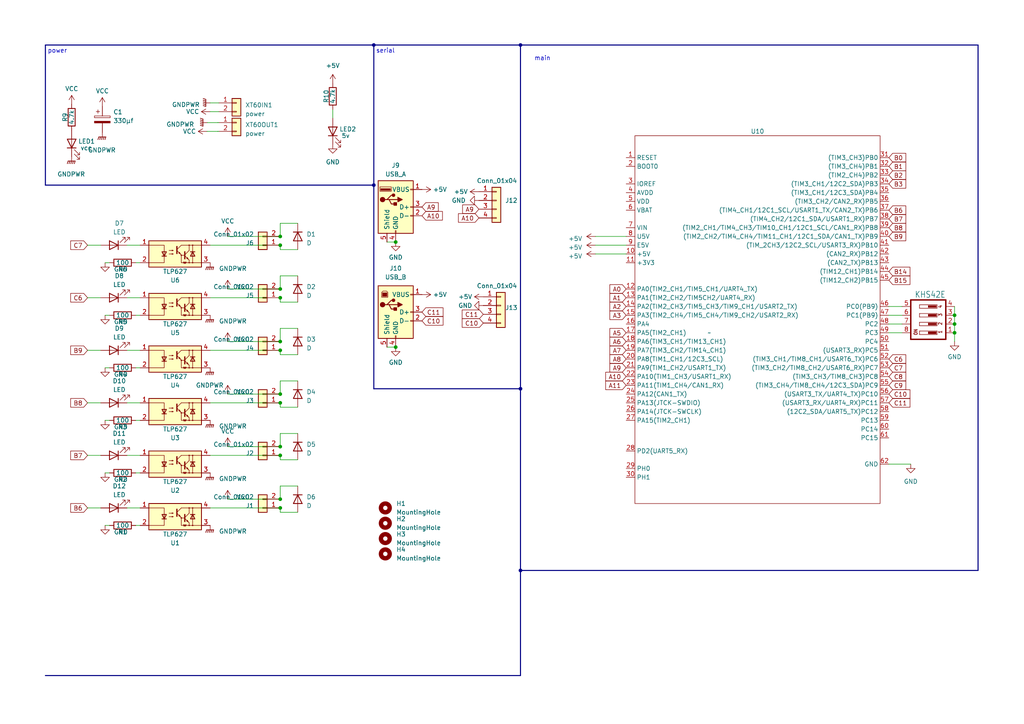
<source format=kicad_sch>
(kicad_sch (version 20230121) (generator eeschema)
  (paper "A4")
  (lib_symbols
    (symbol "Connector:USB_A" (pin_names (offset 1.016))
      (property "Reference" "J" (at -5.08 11.43 0))
      (property "Value" "USB_A" (at -5.08 8.89 0))
      (symbol "USB_A_0_1"
        (rectangle (start -5.08 -7.62) (end 5.08 7.62) (stroke (width 0.254)) (fill (type background)))
        (circle (center -3.81 2.159) (radius 0.635) (stroke (width 0.254)) (fill (type outline)))
        (rectangle (start -1.524 4.826) (end -4.318 5.334) (fill (type outline)))
        (rectangle (start -1.27 4.572) (end -4.572 5.842))
        (circle (center -0.635 3.429) (radius 0.381) (stroke (width 0.254)) (fill (type outline)))
        (rectangle (start -0.127 -7.62) (end 0.127 -6.858))
        (polyline (pts (xy -3.175 2.159) (xy -2.54 2.159) (xy -1.27 3.429) (xy -0.635 3.429)) (stroke (width 0.254)))
        (polyline (pts (xy -2.54 2.159) (xy -1.905 2.159) (xy -1.27 0.889) (xy 0 0.889)) (stroke (width 0.254)))
        (polyline (pts (xy 0.635 2.794) (xy 0.635 1.524) (xy 1.905 2.159) (xy 0.635 2.794)) (stroke (width 0.254)) (fill (type outline)))
        (rectangle (start 0.254 1.27) (end -0.508 0.508) (stroke (width 0.254)) (fill (type outline)))
        (rectangle (start 5.08 -2.667) (end 4.318 -2.413))
        (rectangle (start 5.08 -0.127) (end 4.318 0.127))
        (rectangle (start 5.08 4.953) (end 4.318 5.207))
      )
      (symbol "USB_A_1_1"
        (polyline (pts (xy -1.905 2.159) (xy 0.635 2.159)) (stroke (width 0.254)))
        (pin power_in line (at 7.62 5.08 180) (length 2.54) (name "VBUS") (number "1"))
        (pin bidirectional line (at 7.62 -2.54 180) (length 2.54) (name "D-") (number "2"))
        (pin bidirectional line (at 7.62 0 180) (length 2.54) (name "D+") (number "3"))
        (pin power_in line (at 0 -10.16 90) (length 2.54) (name "GND") (number "4"))
        (pin passive line (at -2.54 -10.16 90) (length 2.54) (name "Shield") (number "5"))
      )
    )
    (symbol "Connector:USB_B" (pin_names (offset 1.016))
      (property "Reference" "J" (at -5.08 11.43 0))
      (property "Value" "USB_B" (at -5.08 8.89 0))
      (symbol "USB_B_0_1"
        (rectangle (start -5.08 -7.62) (end 5.08 7.62) (stroke (width 0.254)) (fill (type background)))
        (circle (center -3.81 2.159) (radius 0.635) (stroke (width 0.254)) (fill (type outline)))
        (rectangle (start -3.81 5.588) (end -2.54 4.572) (fill (type outline)))
        (circle (center -0.635 3.429) (radius 0.381) (stroke (width 0.254)) (fill (type outline)))
        (rectangle (start -0.127 -7.62) (end 0.127 -6.858))
        (polyline (pts (xy -1.905 2.159) (xy 0.635 2.159)) (stroke (width 0.254)))
        (polyline (pts (xy -3.175 2.159) (xy -2.54 2.159) (xy -1.27 3.429) (xy -0.635 3.429)) (stroke (width 0.254)))
        (polyline (pts (xy -2.54 2.159) (xy -1.905 2.159) (xy -1.27 0.889) (xy 0 0.889)) (stroke (width 0.254)))
        (polyline (pts (xy 0.635 2.794) (xy 0.635 1.524) (xy 1.905 2.159) (xy 0.635 2.794)) (stroke (width 0.254)) (fill (type outline)))
        (polyline (pts (xy -4.064 4.318) (xy -2.286 4.318) (xy -2.286 5.715) (xy -2.667 6.096) (xy -3.683 6.096) (xy -4.064 5.715) (xy -4.064 4.318)))
        (rectangle (start 0.254 1.27) (end -0.508 0.508) (stroke (width 0.254)) (fill (type outline)))
        (rectangle (start 5.08 -2.667) (end 4.318 -2.413))
        (rectangle (start 5.08 -0.127) (end 4.318 0.127))
        (rectangle (start 5.08 4.953) (end 4.318 5.207))
      )
      (symbol "USB_B_1_1"
        (pin power_out line (at 7.62 5.08 180) (length 2.54) (name "VBUS") (number "1"))
        (pin bidirectional line (at 7.62 -2.54 180) (length 2.54) (name "D-") (number "2"))
        (pin bidirectional line (at 7.62 0 180) (length 2.54) (name "D+") (number "3"))
        (pin power_out line (at 0 -10.16 90) (length 2.54) (name "GND") (number "4"))
        (pin passive line (at -2.54 -10.16 90) (length 2.54) (name "Shield") (number "5"))
      )
    )
    (symbol "Connector_Generic:Conn_01x02" (pin_names (offset 1.016) hide)
      (property "Reference" "J" (at 0 2.54 0))
      (property "Value" "Conn_01x02" (at 0 -5.08 0))
      (symbol "Conn_01x02_1_1"
        (rectangle (start -1.27 -2.413) (end 0 -2.667) (stroke (width 0.1524)))
        (rectangle (start -1.27 0.127) (end 0 -0.127) (stroke (width 0.1524)))
        (rectangle (start -1.27 1.27) (end 1.27 -3.81) (stroke (width 0.254)) (fill (type background)))
        (pin passive line (at -5.08 0 0) (length 3.81) (name "Pin_1") (number "1"))
        (pin passive line (at -5.08 -2.54 0) (length 3.81) (name "Pin_2") (number "2"))
      )
    )
    (symbol "Connector_Generic:Conn_01x04" (pin_names (offset 1.016) hide)
      (property "Reference" "J" (at 0 5.08 0))
      (property "Value" "Conn_01x04" (at 0 -7.62 0))
      (symbol "Conn_01x04_1_1"
        (rectangle (start -1.27 -4.953) (end 0 -5.207) (stroke (width 0.1524)))
        (rectangle (start -1.27 -2.413) (end 0 -2.667) (stroke (width 0.1524)))
        (rectangle (start -1.27 0.127) (end 0 -0.127) (stroke (width 0.1524)))
        (rectangle (start -1.27 2.667) (end 0 2.413) (stroke (width 0.1524)))
        (rectangle (start -1.27 3.81) (end 1.27 -6.35) (stroke (width 0.254)) (fill (type background)))
        (pin passive line (at -5.08 2.54 0) (length 3.81) (name "Pin_1") (number "1"))
        (pin passive line (at -5.08 0 0) (length 3.81) (name "Pin_2") (number "2"))
        (pin passive line (at -5.08 -2.54 0) (length 3.81) (name "Pin_3") (number "3"))
        (pin passive line (at -5.08 -5.08 0) (length 3.81) (name "Pin_4") (number "4"))
      )
    )
    (symbol "Device:C_Polarized" (pin_numbers hide) (pin_names (offset 0.254))
      (property "Reference" "C" (at 0.635 2.54 0))
      (property "Value" "C_Polarized" (at 0.635 -2.54 0))
      (symbol "C_Polarized_0_1"
        (rectangle (start -2.286 0.508) (end 2.286 1.016))
        (polyline (pts (xy -1.778 2.286) (xy -0.762 2.286)))
        (polyline (pts (xy -1.27 2.794) (xy -1.27 1.778)))
        (rectangle (start 2.286 -0.508) (end -2.286 -1.016) (fill (type outline)))
      )
      (symbol "C_Polarized_1_1"
        (pin passive line (at 0 3.81 270) (length 2.794) (name "~") (number "1"))
        (pin passive line (at 0 -3.81 90) (length 2.794) (name "~") (number "2"))
      )
    )
    (symbol "Device:D" (pin_numbers hide) (pin_names (offset 1.016) hide)
      (property "Reference" "D" (at 0 2.54 0))
      (property "Value" "D" (at 0 -2.54 0))
      (symbol "D_0_1"
        (polyline (pts (xy -1.27 1.27) (xy -1.27 -1.27)) (stroke (width 0.254)))
        (polyline (pts (xy 1.27 0) (xy -1.27 0)))
        (polyline (pts (xy 1.27 1.27) (xy 1.27 -1.27) (xy -1.27 0) (xy 1.27 1.27)) (stroke (width 0.254)))
      )
      (symbol "D_1_1"
        (pin passive line (at -3.81 0 0) (length 2.54) (name "K") (number "1"))
        (pin passive line (at 3.81 0 180) (length 2.54) (name "A") (number "2"))
      )
    )
    (symbol "Device:LED" (pin_numbers hide) (pin_names (offset 1.016) hide)
      (property "Reference" "D" (at 0 2.54 0))
      (property "Value" "LED" (at 0 -2.54 0))
      (symbol "LED_0_1"
        (polyline (pts (xy -1.27 -1.27) (xy -1.27 1.27)) (stroke (width 0.254)))
        (polyline (pts (xy -1.27 0) (xy 1.27 0)))
        (polyline (pts (xy 1.27 -1.27) (xy 1.27 1.27) (xy -1.27 0) (xy 1.27 -1.27)) (stroke (width 0.254)))
        (polyline (pts (xy -3.048 -0.762) (xy -4.572 -2.286) (xy -3.81 -2.286) (xy -4.572 -2.286) (xy -4.572 -1.524)))
        (polyline (pts (xy -1.778 -0.762) (xy -3.302 -2.286) (xy -2.54 -2.286) (xy -3.302 -2.286) (xy -3.302 -1.524)))
      )
      (symbol "LED_1_1"
        (pin passive line (at -3.81 0 0) (length 2.54) (name "K") (number "1"))
        (pin passive line (at 3.81 0 180) (length 2.54) (name "A") (number "2"))
      )
    )
    (symbol "Device:R" (pin_numbers hide) (pin_names (offset 0))
      (property "Reference" "R" (at 2.032 0 90))
      (property "Value" "R" (at 0 0 90))
      (symbol "R_0_1"
        (rectangle (start -1.016 -2.54) (end 1.016 2.54) (stroke (width 0.254)))
      )
      (symbol "R_1_1"
        (pin passive line (at 0 3.81 270) (length 1.27) (name "~") (number "1"))
        (pin passive line (at 0 -3.81 90) (length 1.27) (name "~") (number "2"))
      )
    )
    (symbol "Isolator:TLP627" (pin_names (offset 1.016))
      (property "Reference" "U" (at -7.62 5.08 0))
      (property "Value" "TLP627" (at 0 5.08 0))
      (symbol "TLP627_0_1"
        (rectangle (start -7.62 3.81) (end 7.62 -3.81) (stroke (width 0.254)) (fill (type background)))
        (polyline (pts (xy -3.81 -0.635) (xy -2.54 -0.635)) (stroke (width 0.254)))
        (polyline (pts (xy 0.508 1.016) (xy 1.778 -0.254)))
        (polyline (pts (xy 0.508 1.27) (xy 1.778 2.54)))
        (polyline (pts (xy 0.508 2.159) (xy 0.508 0.127)) (stroke (width 0.3556)))
        (polyline (pts (xy 1.778 2.54) (xy 7.62 2.54)))
        (polyline (pts (xy 2.794 -0.508) (xy 4.064 -1.778)))
        (polyline (pts (xy 2.794 -0.381) (xy 1.778 -0.381)))
        (polyline (pts (xy 2.794 -0.254) (xy 4.064 1.016)))
        (polyline (pts (xy 4.064 -2.54) (xy 7.62 -2.54)))
        (polyline (pts (xy 4.064 -1.778) (xy 4.064 -2.54)))
        (polyline (pts (xy 4.064 1.016) (xy 4.064 2.54)))
        (polyline (pts (xy 4.445 0.635) (xy 5.715 0.635)) (stroke (width 0.254)))
        (polyline (pts (xy 5.08 -0.635) (xy 5.08 -2.54)))
        (polyline (pts (xy 5.08 -0.635) (xy 5.08 2.54)))
        (polyline (pts (xy -7.62 2.54) (xy -3.175 2.54) (xy -3.175 0.635)))
        (polyline (pts (xy -3.175 0.762) (xy -3.175 -2.54) (xy -7.62 -2.54)))
        (polyline (pts (xy 2.794 0.635) (xy 2.794 -1.397) (xy 2.794 -1.397)) (stroke (width 0.3556)))
        (polyline (pts (xy -3.175 -0.635) (xy -3.81 0.635) (xy -2.54 0.635) (xy -3.175 -0.635)) (stroke (width 0.254)))
        (polyline (pts (xy 1.524 0) (xy 1.27 0.508) (xy 1.016 0.254) (xy 1.524 0)))
        (polyline (pts (xy 3.81 -1.524) (xy 3.556 -1.016) (xy 3.302 -1.27) (xy 3.81 -1.524)))
        (polyline (pts (xy 5.08 0.635) (xy 4.445 -0.635) (xy 5.715 -0.635) (xy 5.08 0.635)) (stroke (width 0.254)))
        (polyline (pts (xy -1.778 0) (xy -0.508 0) (xy -0.889 -0.127) (xy -0.889 0.127) (xy -0.508 0)))
        (polyline (pts (xy -1.778 1.016) (xy -0.508 1.016) (xy -0.889 0.889) (xy -0.889 1.143) (xy -0.508 1.016)))
        (polyline (pts (xy 1.778 -0.254) (xy 1.778 -2.54) (xy 2.286 -2.54) (xy 2.413 -2.286) (xy 2.54 -2.794) (xy 2.667 -2.286) (xy 2.794 -2.794) (xy 2.921 -2.286) (xy 3.048 -2.794) (xy 3.175 -2.286) (xy 3.302 -2.54) (xy 4.064 -2.54)))
        (circle (center 1.778 -0.381) (radius 0.127))
        (circle (center 4.064 -2.54) (radius 0.127))
        (circle (center 4.064 2.54) (radius 0.127))
        (circle (center 5.08 -2.54) (radius 0.127))
        (circle (center 5.08 2.54) (radius 0.127))
      )
      (symbol "TLP627_1_1"
        (pin passive line (at -10.16 2.54 0) (length 2.54) (name "~") (number "1"))
        (pin passive line (at -10.16 -2.54 0) (length 2.54) (name "~") (number "2"))
        (pin passive line (at 10.16 -2.54 180) (length 2.54) (name "~") (number "3"))
        (pin passive line (at 10.16 2.54 180) (length 2.54) (name "~") (number "4"))
      )
    )
    (symbol "Mechanical:MountingHole" (pin_names (offset 1.016))
      (property "Reference" "H" (at 0 5.08 0))
      (property "Value" "MountingHole" (at 0 3.175 0))
      (symbol "MountingHole_0_1"
        (circle (center 0 0) (radius 1.27) (stroke (width 1.27)))
      )
    )
    (symbol "power:+5V" (power) (pin_names (offset 0))
      (property "Value" "+5V" (at 0 3.556 0))
      (symbol "+5V_0_1"
        (polyline (pts (xy -0.762 1.27) (xy 0 2.54)))
        (polyline (pts (xy 0 0) (xy 0 2.54)))
        (polyline (pts (xy 0 2.54) (xy 0.762 1.27)))
      )
      (symbol "+5V_1_1"
        (pin power_in line (at 0 0 90) (length 0) hide (name "+5V") (number "1"))
      )
    )
    (symbol "power:GND" (power) (pin_names (offset 0))
      (property "Value" "GND" (at 0 -3.81 0))
      (symbol "GND_0_1"
        (polyline (pts (xy 0 0) (xy 0 -1.27) (xy 1.27 -1.27) (xy 0 -2.54) (xy -1.27 -1.27) (xy 0 -1.27)))
      )
      (symbol "GND_1_1"
        (pin power_in line (at 0 0 270) (length 0) hide (name "GND") (number "1"))
      )
    )
    (symbol "power:GNDPWR" (power) (pin_names (offset 0))
      (property "Value" "GNDPWR" (at 0 -3.302 0))
      (symbol "GNDPWR_0_1"
        (polyline (pts (xy 0 -1.27) (xy 0 0)))
        (polyline (pts (xy -1.016 -1.27) (xy -1.27 -2.032) (xy -1.27 -2.032)) (stroke (width 0.2032)))
        (polyline (pts (xy -0.508 -1.27) (xy -0.762 -2.032) (xy -0.762 -2.032)) (stroke (width 0.2032)))
        (polyline (pts (xy 0 -1.27) (xy -0.254 -2.032) (xy -0.254 -2.032)) (stroke (width 0.2032)))
        (polyline (pts (xy 0.508 -1.27) (xy 0.254 -2.032) (xy 0.254 -2.032)) (stroke (width 0.2032)))
        (polyline (pts (xy 1.016 -1.27) (xy -1.016 -1.27) (xy -1.016 -1.27)) (stroke (width 0.2032)))
        (polyline (pts (xy 1.016 -1.27) (xy 0.762 -2.032) (xy 0.762 -2.032) (xy 0.762 -2.032)) (stroke (width 0.2032)))
      )
      (symbol "GNDPWR_1_1"
        (pin power_in line (at 0 0 270) (length 0) hide (name "GNDPWR") (number "1"))
      )
    )
    (symbol "power:VCC" (power) (pin_names (offset 0))
      (property "Value" "VCC" (at 0 3.81 0))
      (symbol "VCC_0_1"
        (polyline (pts (xy -0.762 1.27) (xy 0 2.54)))
        (polyline (pts (xy 0 0) (xy 0 2.54)))
        (polyline (pts (xy 0 2.54) (xy 0.762 1.27)))
      )
      (symbol "VCC_1_1"
        (pin power_in line (at 0 0 90) (length 0) hide (name "VCC") (number "1"))
      )
    )
    (symbol "stm32F446RE-Nucleo:STM32F446RE-Nucleo"
      (property "Reference" "U" (at 0 0 0))
      (symbol "STM32F446RE-Nucleo_0_1"
        (polyline (pts (xy -21.59 57.15) (xy 49.53 57.15) (xy 49.53 -46.99) (xy 49.53 -49.53) (xy -21.59 -49.53) (xy -21.59 57.15)))
      )
      (symbol "STM32F446RE-Nucleo_1_1"
        (pin input line (at -24.13 50.8 0) (length 2.54) (name "RESET") (number "1"))
        (pin power_out line (at -24.13 22.86 0) (length 2.54) (name "+5V") (number "10"))
        (pin power_out line (at -24.13 20.32 0) (length 2.54) (name "+3V3") (number "11"))
        (pin bidirectional line (at -24.13 12.7 0) (length 2.54) (name "PA0(TIM2_CH1/TIM5_CH1/UART4_TX)") (number "12"))
        (pin bidirectional line (at -24.13 10.16 0) (length 2.54) (name "PA1(TIM2_CH2/TIM5CH2/UART4_RX)") (number "13"))
        (pin bidirectional line (at -24.13 7.62 0) (length 2.54) (name "PA2(TIM2_CH3/TIM5_CH3/TIM9_CH1/USART2_TX)") (number "14"))
        (pin bidirectional line (at -24.13 5.08 0) (length 2.54) (name "PA3(TIM2_CH4/TIM5_CH4/TIM9_CH2/USART2_RX)") (number "15"))
        (pin bidirectional line (at -24.13 2.54 0) (length 2.54) (name "PA4") (number "16"))
        (pin bidirectional line (at -24.13 0 0) (length 2.54) (name "PA5(TIM2_CH1)") (number "17"))
        (pin bidirectional line (at -24.13 -2.54 0) (length 2.54) (name "PA6(TIM3_CH1/TIM13_CH1)") (number "18"))
        (pin bidirectional line (at -24.13 -5.08 0) (length 2.54) (name "PA7(TIM3_CH2/TIM14_CH1)") (number "19"))
        (pin input line (at -24.13 48.26 0) (length 2.54) (name "BOOT0") (number "2"))
        (pin bidirectional line (at -24.13 -7.62 0) (length 2.54) (name "PA8(TIM1_CH1/12C3_SCL)") (number "20"))
        (pin bidirectional line (at -24.13 -10.16 0) (length 2.54) (name "PA9(TIM1_CH2/USART1_TX)") (number "21"))
        (pin bidirectional line (at -24.13 -12.7 0) (length 2.54) (name "PA10(TIM1_CH3/USART1_RX)") (number "22"))
        (pin bidirectional line (at -24.13 -15.24 0) (length 2.54) (name "PA11(TIM1_CH4/CAN1_RX)") (number "23"))
        (pin bidirectional line (at -24.13 -17.78 0) (length 2.54) (name "PA12(CAN1_TX)") (number "24"))
        (pin bidirectional line (at -24.13 -20.32 0) (length 2.54) (name "PA13(JTCK-SWDIO)") (number "25"))
        (pin bidirectional line (at -24.13 -22.86 0) (length 2.54) (name "PA14(JTCK-SWCLK)") (number "26"))
        (pin bidirectional line (at -24.13 -25.4 0) (length 2.54) (name "PA15(TIM2_CH1)") (number "27"))
        (pin bidirectional line (at -24.13 -34.29 0) (length 2.54) (name "PD2(UART5_RX)") (number "28"))
        (pin bidirectional line (at -24.13 -39.37 0) (length 2.54) (name "PH0") (number "29"))
        (pin input line (at -24.13 43.18 0) (length 2.54) (name "IOREF") (number "3"))
        (pin bidirectional line (at -24.13 -41.91 0) (length 2.54) (name "PH1") (number "30"))
        (pin bidirectional line (at 52.07 50.8 180) (length 2.54) (name "(TIM3_CH3)PB0") (number "31"))
        (pin bidirectional line (at 52.07 48.26 180) (length 2.54) (name "(TIM3_CH4)PB1") (number "32"))
        (pin bidirectional line (at 52.07 45.72 180) (length 2.54) (name "(TIM2_CH4)PB2") (number "33"))
        (pin bidirectional line (at 52.07 43.18 180) (length 2.54) (name "(TIM3_CH1/12C2_SDA)PB3") (number "34"))
        (pin bidirectional line (at 52.07 40.64 180) (length 2.54) (name "(TIM3_CH1/12C3_SDA)PB4") (number "35"))
        (pin bidirectional line (at 52.07 38.1 180) (length 2.54) (name "(TIM3_CH2/CAN2_RX)PB5") (number "36"))
        (pin bidirectional line (at 52.07 35.56 180) (length 2.54) (name "(TIM4_CH1/12C1_SCL/USART1_TX/CAN2_TX)PB6") (number "37"))
        (pin bidirectional line (at 52.07 33.02 180) (length 2.54) (name "(TIM4_CH2/12C1_SDA/USART1_RX)PB7") (number "38"))
        (pin bidirectional line (at 52.07 30.48 180) (length 2.54) (name "(TIM2_CH1/TIM4_CH3/TIM10_CH1/12C1_SCL/CAN1_RX)PB8") (number "39"))
        (pin input line (at -24.13 40.64 0) (length 2.54) (name "AVDD") (number "4"))
        (pin bidirectional line (at 52.07 27.94 180) (length 2.54) (name "(TIM2_CH2/TIM4_CH4/TIM11_CH1/12C1_SDA/CAN1_TX)PB9") (number "40"))
        (pin bidirectional line (at 52.07 25.4 180) (length 2.54) (name "(TIM_2CH3/12C2_SCL/USART3_RX)PB10") (number "41"))
        (pin bidirectional line (at 52.07 22.86 180) (length 2.54) (name "(CAN2_RX)PB12") (number "42"))
        (pin bidirectional line (at 52.07 20.32 180) (length 2.54) (name "(CAN2_TX)PB13") (number "43"))
        (pin bidirectional line (at 52.07 17.78 180) (length 2.54) (name "(TIM12_CH1)PB14") (number "44"))
        (pin bidirectional line (at 52.07 15.24 180) (length 2.54) (name "(TIM12_CH2)PB15") (number "45"))
        (pin bidirectional line (at 52.07 7.62 180) (length 2.54) (name "PC0(PB9)") (number "46"))
        (pin bidirectional line (at 52.07 5.08 180) (length 2.54) (name "PC1(PB9)") (number "47"))
        (pin bidirectional line (at 52.07 2.54 180) (length 2.54) (name "PC2") (number "48"))
        (pin bidirectional line (at 52.07 0 180) (length 2.54) (name "PC3") (number "49"))
        (pin input line (at -24.13 38.1 0) (length 2.54) (name "VDD") (number "5"))
        (pin bidirectional line (at 52.07 -2.54 180) (length 2.54) (name "PC4") (number "50"))
        (pin bidirectional line (at 52.07 -5.08 180) (length 2.54) (name "(USART3_RX)PC5") (number "51"))
        (pin bidirectional line (at 52.07 -7.62 180) (length 2.54) (name "(TIM3_CH1/TIM8_CH1/USART6_TX)PC6") (number "52"))
        (pin bidirectional line (at 52.07 -10.16 180) (length 2.54) (name "(TIM3_CH2/TIM8_CH2/USART6_RX)PC7") (number "53"))
        (pin bidirectional line (at 52.07 -12.7 180) (length 2.54) (name "(TIM3_CH3/TIM8_CH3)PC8") (number "54"))
        (pin bidirectional line (at 52.07 -15.24 180) (length 2.54) (name "(TIM3_CH4/TIM8_CH4/12C3_SDA)PC9") (number "55"))
        (pin bidirectional line (at 52.07 -17.78 180) (length 2.54) (name "(USART3_TX/UART4_TX)PC10") (number "56"))
        (pin bidirectional line (at 52.07 -20.32 180) (length 2.54) (name "(USART3_RX/UART4_RX)PC11") (number "57"))
        (pin bidirectional line (at 52.07 -22.86 180) (length 2.54) (name "(12C2_SDA/UART5_TX)PC12") (number "58"))
        (pin bidirectional line (at 52.07 -25.4 180) (length 2.54) (name "PC13") (number "59"))
        (pin input line (at -24.13 35.56 0) (length 2.54) (name "VBAT") (number "6"))
        (pin bidirectional line (at 52.07 -27.94 180) (length 2.54) (name "PC14") (number "60"))
        (pin bidirectional line (at 52.07 -30.48 180) (length 2.54) (name "PC15") (number "61"))
        (pin power_out line (at 52.07 -38.1 180) (length 2.54) (name "GND") (number "62"))
        (pin power_in line (at -24.13 30.48 0) (length 2.54) (name "VIN") (number "7"))
        (pin input line (at -24.13 27.94 0) (length 2.54) (name "U5V") (number "8"))
        (pin input line (at -24.13 25.4 0) (length 2.54) (name "E5V") (number "9"))
      )
    )
    (symbol "ver1-eagle-import:KHS42E"
      (symbol "KHS42E_1_0"
        (rectangle (start -2.794 -2.286) (end -2.286 0) (fill (type outline)))
        (rectangle (start -0.254 -2.286) (end 0.254 0) (fill (type outline)))
        (polyline (pts (xy -4.445 -5.08) (xy 6.985 -5.08)) (stroke (width 0.4064)))
        (polyline (pts (xy -4.445 5.08) (xy -4.445 -5.08)) (stroke (width 0.4064)))
        (polyline (pts (xy -3.048 -2.54) (xy -3.048 2.54)) (stroke (width 0.1524)))
        (polyline (pts (xy -3.048 2.54) (xy -2.032 2.54)) (stroke (width 0.1524)))
        (polyline (pts (xy -2.032 -2.54) (xy -3.048 -2.54)) (stroke (width 0.1524)))
        (polyline (pts (xy -2.032 2.54) (xy -2.032 -2.54)) (stroke (width 0.1524)))
        (polyline (pts (xy -0.508 -2.54) (xy -0.508 2.54)) (stroke (width 0.1524)))
        (polyline (pts (xy -0.508 2.54) (xy 0.508 2.54)) (stroke (width 0.1524)))
        (polyline (pts (xy 0.508 -2.54) (xy -0.508 -2.54)) (stroke (width 0.1524)))
        (polyline (pts (xy 0.508 2.54) (xy 0.508 -2.54)) (stroke (width 0.1524)))
        (polyline (pts (xy 2.032 -2.54) (xy 2.032 2.54)) (stroke (width 0.1524)))
        (polyline (pts (xy 2.032 2.54) (xy 3.048 2.54)) (stroke (width 0.1524)))
        (polyline (pts (xy 3.048 -2.54) (xy 2.032 -2.54)) (stroke (width 0.1524)))
        (polyline (pts (xy 3.048 2.54) (xy 3.048 -2.54)) (stroke (width 0.1524)))
        (polyline (pts (xy 4.572 -2.54) (xy 4.572 2.54)) (stroke (width 0.1524)))
        (polyline (pts (xy 4.572 2.54) (xy 5.588 2.54)) (stroke (width 0.1524)))
        (polyline (pts (xy 5.588 -2.54) (xy 4.572 -2.54)) (stroke (width 0.1524)))
        (polyline (pts (xy 5.588 2.54) (xy 5.588 -2.54)) (stroke (width 0.1524)))
        (polyline (pts (xy 6.985 -5.08) (xy 6.985 5.08)) (stroke (width 0.4064)))
        (polyline (pts (xy 6.985 5.08) (xy -4.445 5.08)) (stroke (width 0.4064)))
        (rectangle (start 2.286 -2.286) (end 2.794 0) (fill (type outline)))
        (rectangle (start 4.826 -2.286) (end 5.334 0) (fill (type outline)))
        (text "1" (at -2.794 -4.064 0) (effects (font (size 0.9906 0.842) (thickness 0.1684) bold) (justify left bottom)))
        (text "2" (at -0.381 -4.064 0) (effects (font (size 0.9906 0.842) (thickness 0.1684) bold) (justify left bottom)))
        (text "3" (at 2.159 -4.064 0) (effects (font (size 0.9906 0.842) (thickness 0.1684) bold) (justify left bottom)))
        (text "4" (at 4.572 -4.064 0) (effects (font (size 0.9906 0.842) (thickness 0.1684) bold) (justify left bottom)))
        (text "ON" (at -3.302 3.048 0) (effects (font (size 0.9906 0.842) (thickness 0.1684) bold) (justify left bottom)))
        (pin passive line (at -2.54 -7.62 90) (length 2.54) (name "1") (number "1"))
        (pin passive line (at 0 -7.62 90) (length 2.54) (name "2") (number "2"))
        (pin passive line (at 2.54 -7.62 90) (length 2.54) (name "3") (number "3"))
        (pin passive line (at 5.08 -7.62 90) (length 2.54) (name "4") (number "4"))
        (pin passive line (at 5.08 7.62 270) (length 2.54) (name "5") (number "5"))
        (pin passive line (at 2.54 7.62 270) (length 2.54) (name "6") (number "6"))
        (pin passive line (at 0 7.62 270) (length 2.54) (name "7") (number "7"))
        (pin passive line (at -2.54 7.62 270) (length 2.54) (name "8") (number "8"))
      )
    )
  )
  (junction (at 108.4173 13.0555))
  (junction (at 81.28 71.12))
  (junction (at 150.9623 13.0555))
  (junction (at 81.28 86.36))
  (junction (at 81.28 83.82))
  (junction (at 114.7673 70.2055))
  (junction (at 150.9623 165.4555))
  (junction (at 81.28 101.6))
  (junction (at 276.86 96.52))
  (junction (at 81.28 68.58))
  (junction (at 114.7673 100.6855))
  (junction (at 81.28 129.54))
  (junction (at 108.4173 53.6955))
  (junction (at 81.28 147.32))
  (junction (at 81.28 99.06))
  (junction (at 150.9623 112.7505))
  (junction (at 276.86 93.98))
  (junction (at 81.28 144.78))
  (junction (at 276.86 91.44))
  (junction (at 81.28 114.3))
  (junction (at 81.28 116.84))
  (junction (at 81.28 132.08))
  (wire (pts (xy 31.75 152.4) (xy 30.48 152.4)))
  (wire (pts (xy 25.4 86.36) (xy 29.21 86.36)))
  (wire (pts (xy 40.64 121.92) (xy 39.37 121.92)))
  (wire (pts (xy 30.48 76.2) (xy 31.75 76.2)))
  (wire (pts (xy 81.28 68.58) (xy 81.28 64.77)))
  (wire (pts (xy 81.28 101.6) (xy 81.28 102.87)))
  (wire (pts (xy 81.28 133.35) (xy 86.36 133.35)))
  (wire (pts (xy 25.4 71.12) (xy 29.21 71.12)))
  (bus (pts (xy 150.9623 112.7505) (xy 150.9623 165.4555)))
  (bus (pts (xy 150.9623 13.0555) (xy 283.6773 13.0555)))
  (wire (pts (xy 36.83 86.36) (xy 40.64 86.36)))
  (wire (pts (xy 60.0477 38.1135) (xy 63.1369 38.1135)))
  (wire (pts (xy 257.81 96.52) (xy 261.62 96.52)))
  (wire (pts (xy 81.28 116.84) (xy 81.28 118.11)))
  (wire (pts (xy 276.86 96.52) (xy 276.86 99.06)) (stroke (width 0.1524)))
  (wire (pts (xy 81.28 132.08) (xy 81.28 133.35)))
  (wire (pts (xy 81.28 144.78) (xy 81.28 140.97)))
  (wire (pts (xy 172.72 71.12) (xy 181.61 71.12)))
  (wire (pts (xy 25.4 132.08) (xy 29.21 132.08)))
  (wire (pts (xy 276.86 88.9) (xy 276.86 91.44)) (stroke (width 0.1524)))
  (wire (pts (xy 25.4 101.6) (xy 29.21 101.6)))
  (wire (pts (xy 81.28 87.63) (xy 86.36 87.63)))
  (wire (pts (xy 36.83 147.32) (xy 40.64 147.32)))
  (wire (pts (xy 276.86 91.44) (xy 276.86 93.98)) (stroke (width 0.1524)))
  (wire (pts (xy 81.28 64.77) (xy 86.36 64.77)))
  (wire (pts (xy 36.83 71.12) (xy 40.64 71.12)))
  (wire (pts (xy 81.28 99.06) (xy 81.28 95.25)))
  (wire (pts (xy 63.1369 38.1135) (xy 63.1369 38.1)))
  (wire (pts (xy 81.28 110.49) (xy 86.36 110.49)))
  (bus (pts (xy 13.1673 13.0555) (xy 13.1673 53.6955)))
  (wire (pts (xy 63.1369 38.1) (xy 63.5 38.1)))
  (wire (pts (xy 257.81 91.44) (xy 261.62 91.44)))
  (wire (pts (xy 81.28 68.58) (xy 66.04 68.58)))
  (wire (pts (xy 96.52 31.75) (xy 96.52 34.29)) (stroke (width 0.1524)))
  (wire (pts (xy 81.28 71.12) (xy 60.96 71.12)))
  (wire (pts (xy 81.28 71.12) (xy 81.28 72.39)))
  (wire (pts (xy 81.28 114.3) (xy 81.28 110.49)))
  (bus (pts (xy 108.4173 53.6955) (xy 108.4173 112.7505)))
  (wire (pts (xy 81.28 140.97) (xy 86.36 140.97)))
  (wire (pts (xy 81.28 86.36) (xy 60.96 86.36)))
  (wire (pts (xy 112.2273 70.2055) (xy 114.7673 70.2055)))
  (wire (pts (xy 276.86 93.98) (xy 276.86 96.52)) (stroke (width 0.1524)))
  (wire (pts (xy 257.81 88.9) (xy 261.62 88.9)))
  (wire (pts (xy 81.28 72.39) (xy 86.36 72.39)))
  (wire (pts (xy 30.48 121.92) (xy 31.75 121.92)))
  (wire (pts (xy 81.28 95.25) (xy 86.36 95.25)))
  (wire (pts (xy 30.48 91.44) (xy 31.75 91.44)))
  (wire (pts (xy 31.75 137.16) (xy 30.48 137.16)))
  (wire (pts (xy 81.28 132.08) (xy 60.96 132.08)))
  (wire (pts (xy 172.72 68.58) (xy 181.61 68.58)))
  (wire (pts (xy 60.1391 35.5699) (xy 63.1655 35.5699)))
  (wire (pts (xy 81.28 118.11) (xy 86.36 118.11)))
  (bus (pts (xy 13.1673 53.6955) (xy 108.4173 53.6955)))
  (bus (pts (xy 13.1673 195.9355) (xy 150.9623 195.9355)))
  (wire (pts (xy 257.81 134.62) (xy 264.16 134.62)))
  (bus (pts (xy 283.6773 165.4555) (xy 150.9623 165.4555)))
  (wire (pts (xy 36.83 132.08) (xy 40.64 132.08)))
  (bus (pts (xy 108.4173 53.6955) (xy 108.4173 13.0555)))
  (wire (pts (xy 81.28 86.36) (xy 81.28 87.63)))
  (wire (pts (xy 81.28 129.54) (xy 66.04 129.54)))
  (wire (pts (xy 81.28 99.06) (xy 66.04 99.06)))
  (wire (pts (xy 36.83 101.6) (xy 40.64 101.6)))
  (bus (pts (xy 13.1673 13.0555) (xy 108.4173 13.0555)))
  (wire (pts (xy 112.2273 100.6855) (xy 114.7673 100.6855)))
  (wire (pts (xy 36.83 116.84) (xy 40.64 116.84)))
  (wire (pts (xy 81.28 144.78) (xy 66.04 144.78)))
  (wire (pts (xy 40.64 137.16) (xy 39.37 137.16)))
  (wire (pts (xy 25.4 147.32) (xy 29.21 147.32)))
  (wire (pts (xy 81.28 101.6) (xy 60.96 101.6)))
  (wire (pts (xy 257.81 93.98) (xy 261.62 93.98)))
  (wire (pts (xy 81.28 114.3) (xy 66.04 114.3)))
  (wire (pts (xy 40.64 106.68) (xy 39.37 106.68)))
  (wire (pts (xy 63.5 29.845) (xy 60.96 29.845)))
  (wire (pts (xy 81.28 80.01) (xy 86.36 80.01)))
  (bus (pts (xy 108.4173 13.0555) (xy 150.9623 13.0555)))
  (bus (pts (xy 150.9623 195.9355) (xy 150.9623 165.4555)))
  (wire (pts (xy 81.28 116.84) (xy 60.96 116.84)))
  (wire (pts (xy 30.48 106.68) (xy 31.75 106.68)))
  (wire (pts (xy 81.28 129.54) (xy 81.28 125.73)))
  (wire (pts (xy 63.1655 35.56) (xy 63.5 35.56)))
  (wire (pts (xy 81.28 102.87) (xy 86.36 102.87)))
  (wire (pts (xy 81.28 147.32) (xy 60.96 147.32)))
  (wire (pts (xy 81.28 80.01) (xy 81.28 83.82)))
  (wire (pts (xy 40.64 152.4) (xy 39.37 152.4)))
  (wire (pts (xy 40.64 91.44) (xy 39.37 91.44)))
  (wire (pts (xy 25.4 116.84) (xy 29.21 116.84)))
  (bus (pts (xy 108.4173 112.7505) (xy 150.9623 112.7505)))
  (wire (pts (xy 63.1655 35.5699) (xy 63.1655 35.56)))
  (wire (pts (xy 66.04 83.82) (xy 81.28 83.82)))
  (wire (pts (xy 172.72 73.66) (xy 181.61 73.66)))
  (wire (pts (xy 81.28 125.73) (xy 86.36 125.73)))
  (wire (pts (xy 81.28 147.32) (xy 81.28 148.59)))
  (bus (pts (xy 283.6773 13.0555) (xy 283.6773 165.4555)))
  (wire (pts (xy 40.64 76.2) (xy 39.37 76.2)))
  (wire (pts (xy 60.96 32.385) (xy 63.5 32.385)))
  (wire (pts (xy 81.28 148.59) (xy 86.36 148.59)))
  (bus (pts (xy 150.9623 13.0555) (xy 150.9623 112.7505)))
  (text "main\n" (at 154.94 17.78 0) (effects (font (size 1.27 1.27)) (justify left bottom)))
  (text "power\n" (at 13.8023 15.5955 0) (effects (font (size 1.27 1.27)) (justify left bottom)))
  (text "serial" (at 109.0523 15.5955 0) (effects (font (size 1.27 1.27)) (justify left bottom)))
  (global_label "A5" (shape input) (at 181.61 96.52 180) (property "Intersheetrefs" "${INTERSHEET_REFS}" (effects hide)))
  (global_label "C7" (shape input) (at 257.81 106.68 0) (property "Intersheetrefs" "${INTERSHEET_REFS}" (effects hide)))
  (global_label "B7" (shape input) (at 25.4 132.08 180) (property "Intersheetrefs" "${INTERSHEET_REFS}" (effects hide)))
  (global_label "B14" (shape input) (at 257.81 78.74 0) (property "Intersheetrefs" "${INTERSHEET_REFS}" (effects hide)))
  (global_label "B2" (shape input) (at 257.81 50.8 0) (property "Intersheetrefs" "${INTERSHEET_REFS}" (effects hide)))
  (global_label "C10" (shape input) (at 140.1673 93.7005 180) (property "Intersheetrefs" "${INTERSHEET_REFS}" (effects hide)))
  (global_label "C11" (shape input) (at 257.81 116.84 0) (property "Intersheetrefs" "${INTERSHEET_REFS}" (effects hide)))
  (global_label "A0" (shape input) (at 181.61 83.82 180) (property "Intersheetrefs" "${INTERSHEET_REFS}" (effects hide)))
  (global_label "B0" (shape input) (at 257.81 45.72 0) (property "Intersheetrefs" "${INTERSHEET_REFS}" (effects hide)))
  (global_label "C6" (shape input) (at 25.4 86.36 180) (property "Intersheetrefs" "${INTERSHEET_REFS}" (effects hide)))
  (global_label "A6" (shape input) (at 181.61 99.06 180) (property "Intersheetrefs" "${INTERSHEET_REFS}" (effects hide)))
  (global_label "B9" (shape input) (at 25.4 101.6 180) (property "Intersheetrefs" "${INTERSHEET_REFS}" (effects hide)))
  (global_label "A3" (shape input) (at 181.61 91.44 180) (property "Intersheetrefs" "${INTERSHEET_REFS}" (effects hide)))
  (global_label "C9" (shape input) (at 257.81 111.76 0) (property "Intersheetrefs" "${INTERSHEET_REFS}" (effects hide)))
  (global_label "C11" (shape input) (at 122.3873 90.5255 0) (property "Intersheetrefs" "${INTERSHEET_REFS}" (effects hide)))
  (global_label "B6" (shape input) (at 25.4 147.32 180) (property "Intersheetrefs" "${INTERSHEET_REFS}" (effects hide)))
  (global_label "A10" (shape input) (at 181.61 109.22 180) (property "Intersheetrefs" "${INTERSHEET_REFS}" (effects hide)))
  (global_label "A1" (shape input) (at 181.61 86.36 180) (property "Intersheetrefs" "${INTERSHEET_REFS}" (effects hide)))
  (global_label "A7" (shape input) (at 181.61 101.6 180) (property "Intersheetrefs" "${INTERSHEET_REFS}" (effects hide)))
  (global_label "C8" (shape input) (at 257.81 109.22 0) (property "Intersheetrefs" "${INTERSHEET_REFS}" (effects hide)))
  (global_label "B9" (shape input) (at 257.81 68.58 0) (property "Intersheetrefs" "${INTERSHEET_REFS}" (effects hide)))
  (global_label "C10" (shape input) (at 122.3873 93.0655 0) (property "Intersheetrefs" "${INTERSHEET_REFS}" (effects hide)))
  (global_label "A9" (shape input) (at 122.3873 60.0455 0) (property "Intersheetrefs" "${INTERSHEET_REFS}" (effects hide)))
  (global_label "C10" (shape input) (at 257.81 114.3 0) (property "Intersheetrefs" "${INTERSHEET_REFS}" (effects hide)))
  (global_label "B3" (shape input) (at 257.81 53.34 0) (property "Intersheetrefs" "${INTERSHEET_REFS}" (effects hide)))
  (global_label "B15" (shape input) (at 257.81 81.28 0) (property "Intersheetrefs" "${INTERSHEET_REFS}" (effects hide)))
  (global_label "A10" (shape input) (at 122.3873 62.5855 0) (property "Intersheetrefs" "${INTERSHEET_REFS}" (effects hide)))
  (global_label "A11" (shape input) (at 181.61 111.76 180) (property "Intersheetrefs" "${INTERSHEET_REFS}" (effects hide)))
  (global_label "B6" (shape input) (at 257.81 60.96 0) (property "Intersheetrefs" "${INTERSHEET_REFS}" (effects hide)))
  (global_label "A8" (shape input) (at 181.61 104.14 180) (property "Intersheetrefs" "${INTERSHEET_REFS}" (effects hide)))
  (global_label "C7" (shape input) (at 25.4 71.12 180) (property "Intersheetrefs" "${INTERSHEET_REFS}" (effects hide)))
  (global_label "C6" (shape input) (at 257.81 104.14 0) (property "Intersheetrefs" "${INTERSHEET_REFS}" (effects hide)))
  (global_label "B7" (shape input) (at 257.81 63.5 0) (property "Intersheetrefs" "${INTERSHEET_REFS}" (effects hide)))
  (global_label "A2" (shape input) (at 181.61 88.9 180) (property "Intersheetrefs" "${INTERSHEET_REFS}" (effects hide)))
  (global_label "A9" (shape input) (at 138.8973 60.6805 180) (property "Intersheetrefs" "${INTERSHEET_REFS}" (effects hide)))
  (global_label "B8" (shape input) (at 257.81 66.04 0) (property "Intersheetrefs" "${INTERSHEET_REFS}" (effects hide)))
  (global_label "A9" (shape input) (at 181.61 106.68 180) (property "Intersheetrefs" "${INTERSHEET_REFS}" (effects hide)))
  (global_label "C11" (shape input) (at 140.1673 91.1605 180) (property "Intersheetrefs" "${INTERSHEET_REFS}" (effects hide)))
  (global_label "B1" (shape input) (at 257.81 48.26 0) (property "Intersheetrefs" "${INTERSHEET_REFS}" (effects hide)))
  (global_label "B8" (shape input) (at 25.4 116.84 180) (property "Intersheetrefs" "${INTERSHEET_REFS}" (effects hide)))
  (global_label "A10" (shape input) (at 138.8973 63.2205 180) (property "Intersheetrefs" "${INTERSHEET_REFS}" (effects hide)))
  (symbol (lib_id "Device:D") (at 86.36 99.06 270) (unit 1)
    (property "Reference" "D3" (at 88.9 98.425 90) (effects (justify left)))
    (property "Value" "D" (at 88.9 100.965 90) (effects (justify left)))
    (property "Footprint" "SamacSys:RF201LAM2STR" (effects hide))
    (property "Sim.Device" "D" (effects hide))
    (property "Sim.Pins" "1=K 2=A" (effects hide))
  )
  (symbol (lib_id "power:GND") (at 114.7673 70.2055 0) (unit 1)
    (property "Reference" "#PWR046" (effects hide))
    (property "Value" "GND" (at 114.7673 74.6505 0))
  )
  (symbol (lib_id "Mechanical:MountingHole") (at 111.76 160.655 0) (unit 1)
    (property "Reference" "H4" (at 114.935 159.385 0) (effects (justify left)))
    (property "Value" "MountingHole" (at 114.935 161.925 0) (effects (justify left)))
    (property "Footprint" "MountingHole:MountingHole_3.2mm_M3" (effects hide))
  )
  (symbol (lib_id "Mechanical:MountingHole") (at 111.76 151.765 0) (unit 1)
    (property "Reference" "H2" (at 114.935 150.495 0) (effects (justify left)))
    (property "Value" "MountingHole" (at 114.935 153.035 0) (effects (justify left)))
    (property "Footprint" "MountingHole:MountingHole_3.2mm_M3" (effects hide))
  )
  (symbol (lib_id "power:GND") (at 276.86 99.06 0) (mirror y) (unit 1)
    (property "Reference" "#PWR060" (effects hide))
    (property "Value" "GND" (at 276.86 103.505 0))
  )
  (symbol (lib_id "power:VCC") (at 66.04 99.06 0) (unit 1)
    (property "Reference" "#PWR011" (effects hide))
    (property "Value" "VCC" (at 68.58 98.425 0) (effects (justify left)))
  )
  (symbol (lib_id "power:+5V") (at 122.3873 54.9655 270) (unit 1)
    (property "Reference" "#PWR048" (effects hide))
    (property "Value" "+5V" (at 125.5623 54.9655 90) (effects (justify left)))
  )
  (symbol (lib_id "power:GND") (at 30.48 106.68 0) (unit 1)
    (property "Reference" "#PWR015" (effects hide))
    (property "Value" "GND" (at 33.02 108.585 0) (effects (justify left)))
  )
  (symbol (lib_id "power:GNDPWR") (at 20.7873 45.4405 0) (unit 1)
    (property "Reference" "#PWR026" (effects hide))
    (property "Value" "GNDPWR" (at 20.6603 50.5205 0))
  )
  (symbol (lib_id "Device:R") (at 35.56 76.2 270) (unit 1)
    (property "Reference" "R6" (at 35.56 78.105 90))
    (property "Value" "100" (at 35.56 76.2 90))
    (property "Footprint" "Resistor_SMD:R_0603_1608Metric" (effects hide))
  )
  (symbol (lib_id "Connector_Generic:Conn_01x04") (at 143.9773 58.1405 0) (unit 1)
    (property "Reference" "J12" (at 146.5173 58.1405 0) (effects (justify left)))
    (property "Value" "Conn_01x04" (at 138.2623 52.4255 0) (effects (justify left)))
    (property "Footprint" "Connector_JST:JST_XA_B04B-XASK-1_1x04_P2.50mm_Vertical" (effects hide))
  )
  (symbol (lib_id "Isolator:TLP627") (at 50.8 134.62 0) (unit 1)
    (property "Reference" "U2" (at 50.8 142.24 0))
    (property "Value" "TLP627" (at 50.8 139.7 0))
    (property "Footprint" "Package_DIP:DIP-4_W7.62mm" (effects hide))
    (property "Datasheet" "https://toshiba.semicon-storage.com/info/docget.jsp?did=16914&prodName=TLP627" (effects hide))
  )
  (symbol (lib_id "power:GND") (at 30.48 137.16 0) (unit 1)
    (property "Reference" "#PWR017" (effects hide))
    (property "Value" "GND" (at 33.02 139.065 0) (effects (justify left)))
  )
  (symbol (lib_id "power:+5V") (at 138.8973 55.6005 90) (unit 1)
    (property "Reference" "#PWR052" (effects hide))
    (property "Value" "+5V" (at 135.7223 55.6005 90) (effects (justify left)))
  )
  (symbol (lib_id "Device:LED") (at 33.02 71.12 180) (unit 1)
    (property "Reference" "D7" (at 34.6075 64.77 0))
    (property "Value" "LED" (at 34.6075 67.31 0))
    (property "Footprint" "LED_SMD:LED_0603_1608Metric" (effects hide))
  )
  (symbol (lib_id "power:VCC") (at 66.04 129.54 0) (unit 1)
    (property "Reference" "#PWR09" (effects hide))
    (property "Value" "VCC" (at 66.04 125.095 0))
  )
  (symbol (lib_id "power:VCC") (at 66.04 144.78 0) (unit 1)
    (property "Reference" "#PWR08" (effects hide))
    (property "Value" "VCC" (at 68.58 144.145 0) (effects (justify left)))
  )
  (symbol (lib_id "Connector_Generic:Conn_01x02") (at 68.58 35.56 0) (unit 1)
    (property "Reference" "XT60OUT1" (at 71.12 36.195 0) (effects (justify left)))
    (property "Value" "power" (at 71.12 38.735 0) (effects (justify left)))
    (property "Footprint" "Connector_AMASS:AMASS_XT60PW-M_1x02_P7.20mm_Horizontal" (effects hide))
  )
  (symbol (lib_id "power:GNDPWR") (at 60.96 121.92 0) (unit 1)
    (property "Reference" "#PWR03" (effects hide))
    (property "Value" "GNDPWR" (at 63.5 123.6218 0) (effects (justify left)))
  )
  (symbol (lib_id "Isolator:TLP627") (at 50.8 149.86 0) (unit 1)
    (property "Reference" "U1" (at 50.8 157.48 0))
    (property "Value" "TLP627" (at 50.8 154.94 0))
    (property "Footprint" "Package_DIP:DIP-4_W7.62mm" (effects hide))
    (property "Datasheet" "https://toshiba.semicon-storage.com/info/docget.jsp?did=16914&prodName=TLP627" (effects hide))
  )
  (symbol (lib_id "Device:D") (at 86.36 114.3 270) (unit 1)
    (property "Reference" "D4" (at 88.9 113.665 90) (effects (justify left)))
    (property "Value" "D" (at 88.9 116.205 90) (effects (justify left)))
    (property "Footprint" "SamacSys:RF201LAM2STR" (effects hide))
    (property "Sim.Device" "D" (effects hide))
    (property "Sim.Pins" "1=K 2=A" (effects hide))
  )
  (symbol (lib_id "power:GND") (at 96.52 41.91 0) (unit 1)
    (property "Reference" "#PWR034" (effects hide))
    (property "Value" "GND" (at 96.52 46.99 0))
  )
  (symbol (lib_id "Device:LED") (at 96.52 38.1 90) (unit 1)
    (property "Reference" "LED2" (at 98.425 37.465 90) (effects (justify right)))
    (property "Value" "5v" (at 99.06 39.37 90) (effects (justify right)))
    (property "Footprint" "LED_SMD:LED_0603_1608Metric" (effects hide))
  )
  (symbol (lib_id "Device:LED") (at 33.02 101.6 180) (unit 1)
    (property "Reference" "D9" (at 34.6075 95.25 0))
    (property "Value" "LED" (at 34.6075 97.79 0))
    (property "Footprint" "LED_SMD:LED_0603_1608Metric" (effects hide))
  )
  (symbol (lib_id "Isolator:TLP627") (at 50.8 88.9 0) (unit 1)
    (property "Reference" "U5" (at 50.8 96.52 0))
    (property "Value" "TLP627" (at 50.8 93.98 0))
    (property "Footprint" "Package_DIP:DIP-4_W7.62mm" (effects hide))
    (property "Datasheet" "https://toshiba.semicon-storage.com/info/docget.jsp?did=16914&prodName=TLP627" (effects hide))
  )
  (symbol (lib_id "Device:D") (at 86.36 83.82 270) (unit 1)
    (property "Reference" "D2" (at 88.9 83.185 90) (effects (justify left)))
    (property "Value" "D" (at 88.9 85.725 90) (effects (justify left)))
    (property "Footprint" "SamacSys:RF201LAM2STR" (effects hide))
    (property "Sim.Device" "D" (effects hide))
    (property "Sim.Pins" "1=K 2=A" (effects hide))
  )
  (symbol (lib_id "power:GNDPWR") (at 60.96 76.2 0) (unit 1)
    (property "Reference" "#PWR06" (effects hide))
    (property "Value" "GNDPWR" (at 63.5 77.9018 0) (effects (justify left)))
  )
  (symbol (lib_id "power:VCC") (at 66.04 114.3 0) (unit 1)
    (property "Reference" "#PWR010" (effects hide))
    (property "Value" "VCC" (at 68.58 113.665 0) (effects (justify left)))
  )
  (symbol (lib_id "power:VCC") (at 20.7873 30.2005 0) (unit 1)
    (property "Reference" "#PWR025" (effects hide))
    (property "Value" "VCC" (at 20.7873 25.7555 0))
  )
  (symbol (lib_id "Device:R") (at 20.7873 34.0105 180) (unit 1)
    (property "Reference" "R9" (at 18.8823 34.0105 90))
    (property "Value" "4.7k" (at 20.7873 34.0105 90))
    (property "Footprint" "Resistor_SMD:R_0603_1608Metric" (effects hide))
  )
  (symbol (lib_id "Connector_Generic:Conn_01x02") (at 76.2 147.32 180) (unit 1)
    (property "Reference" "J1" (at 73.66 146.685 0) (effects (justify left)))
    (property "Value" "Conn_01x02" (at 73.66 144.145 0) (effects (justify left)))
    (property "Footprint" "Connector_AMASS:AMASS_XT30PW-F_1x02_P2.50mm_Horizontal" (effects hide))
  )
  (symbol (lib_id "power:VCC") (at 60.0477 38.1135 90) (unit 1)
    (property "Reference" "#PWR029" (effects hide))
    (property "Value" "VCC" (at 56.8727 38.1135 90) (effects (justify left)))
  )
  (symbol (lib_id "power:+5V") (at 96.52 24.13 0) (unit 1)
    (property "Reference" "#PWR033" (effects hide))
    (property "Value" "+5V" (at 96.52 19.05 0))
  )
  (symbol (lib_id "power:+5V") (at 172.72 73.66 90) (unit 1)
    (property "Reference" "#PWR058" (effects hide))
    (property "Value" "+5V" (at 168.91 74.295 90) (effects (justify left)))
  )
  (symbol (lib_id "ver1-eagle-import:KHS42E") (at 269.24 93.98 90) (unit 1)
    (property "Reference" "S1" (effects hide))
    (property "Value" "KHS42E" (at 274.32 84.455 90) (effects (font (size 1.778 1.5113)) (justify left bottom)))
    (property "Footprint" "SamacSys:NE555DR" (effects hide))
  )
  (symbol (lib_id "power:VCC") (at 66.04 83.82 0) (unit 1)
    (property "Reference" "#PWR012" (effects hide))
    (property "Value" "VCC" (at 68.58 83.185 0) (effects (justify left)))
  )
  (symbol (lib_id "Device:R") (at 35.56 152.4 270) (unit 1)
    (property "Reference" "R1" (at 35.56 154.305 90))
    (property "Value" "100" (at 35.56 152.4 90))
    (property "Footprint" "Resistor_SMD:R_0603_1608Metric" (effects hide))
  )
  (symbol (lib_id "Connector_Generic:Conn_01x02") (at 76.2 132.08 180) (unit 1)
    (property "Reference" "J2" (at 73.66 131.445 0) (effects (justify left)))
    (property "Value" "Conn_01x02" (at 73.66 128.905 0) (effects (justify left)))
    (property "Footprint" "Connector_AMASS:AMASS_XT30PW-F_1x02_P2.50mm_Horizontal" (effects hide))
  )
  (symbol (lib_id "Connector:USB_A") (at 114.7673 60.0455 0) (unit 1)
    (property "Reference" "J9" (at 114.7673 47.9805 0))
    (property "Value" "USB_A" (at 114.7673 50.5205 0))
    (property "Footprint" "Connector_USB:USB_A_Molex_67643_Horizontal" (effects hide))
    (property "Datasheet" " ~" (effects hide))
  )
  (symbol (lib_id "Device:R") (at 96.52 27.94 180) (unit 1)
    (property "Reference" "R10" (at 94.615 27.94 90))
    (property "Value" "4.7k" (at 96.52 27.94 90))
    (property "Footprint" "Resistor_SMD:R_0603_1608Metric" (effects hide))
  )
  (symbol (lib_id "power:GNDPWR") (at 60.1391 35.5699 270) (unit 1)
    (property "Reference" "#PWR030" (effects hide))
    (property "Value" "GNDPWR" (at 56.3291 36.0779 90) (effects (justify right)))
  )
  (symbol (lib_id "Connector_Generic:Conn_01x02") (at 76.2 116.84 180) (unit 1)
    (property "Reference" "J3" (at 73.66 116.205 0) (effects (justify left)))
    (property "Value" "Conn_01x02" (at 73.66 113.665 0) (effects (justify left)))
    (property "Footprint" "Connector_AMASS:AMASS_XT30PW-F_1x02_P2.50mm_Horizontal" (effects hide))
  )
  (symbol (lib_id "Device:D") (at 86.36 129.54 270) (unit 1)
    (property "Reference" "D5" (at 88.9 128.905 90) (effects (justify left)))
    (property "Value" "D" (at 88.9 131.445 90) (effects (justify left)))
    (property "Footprint" "SamacSys:RF201LAM2STR" (effects hide))
    (property "Sim.Device" "D" (effects hide))
    (property "Sim.Pins" "1=K 2=A" (effects hide))
  )
  (symbol (lib_id "Isolator:TLP627") (at 50.8 104.14 0) (unit 1)
    (property "Reference" "U4" (at 50.8 111.76 0))
    (property "Value" "TLP627" (at 50.8 109.22 0))
    (property "Footprint" "Package_DIP:DIP-4_W7.62mm" (effects hide))
    (property "Datasheet" "https://toshiba.semicon-storage.com/info/docget.jsp?did=16914&prodName=TLP627" (effects hide))
  )
  (symbol (lib_id "Device:D") (at 86.36 68.58 270) (unit 1)
    (property "Reference" "D1" (at 88.9 67.945 90) (effects (justify left)))
    (property "Value" "D" (at 88.9 70.485 90) (effects (justify left)))
    (property "Footprint" "SamacSys:RF201LAM2STR" (effects hide))
    (property "Sim.Device" "D" (effects hide))
    (property "Sim.Pins" "1=K 2=A" (effects hide))
  )
  (symbol (lib_id "power:GND") (at 30.48 121.92 0) (unit 1)
    (property "Reference" "#PWR016" (effects hide))
    (property "Value" "GND" (at 33.02 123.825 0) (effects (justify left)))
  )
  (symbol (lib_id "Mechanical:MountingHole") (at 111.76 147.32 0) (unit 1)
    (property "Reference" "H1" (at 114.935 146.05 0) (effects (justify left)))
    (property "Value" "MountingHole" (at 114.935 148.59 0) (effects (justify left)))
    (property "Footprint" "MountingHole:MountingHole_3.2mm_M3" (effects hide))
  )
  (symbol (lib_id "power:GNDPWR") (at 60.96 29.845 270) (unit 1)
    (property "Reference" "#PWR031" (effects hide))
    (property "Value" "GNDPWR" (at 57.9527 30.353 90) (effects (justify right)))
  )
  (symbol (lib_id "power:+5V") (at 140.1673 86.0805 90) (mirror x) (unit 1)
    (property "Reference" "#PWR054" (effects hide))
    (property "Value" "+5V" (at 136.9923 86.0805 90) (effects (justify left)))
  )
  (symbol (lib_id "power:+5V") (at 172.72 68.58 90) (unit 1)
    (property "Reference" "#PWR056" (effects hide))
    (property "Value" "+5V" (at 168.91 69.215 90) (effects (justify left)))
  )
  (symbol (lib_id "power:GND") (at 30.48 91.44 0) (unit 1)
    (property "Reference" "#PWR014" (effects hide))
    (property "Value" "GND" (at 33.02 93.345 0) (effects (justify left)))
  )
  (symbol (lib_id "Device:R") (at 35.56 137.16 270) (unit 1)
    (property "Reference" "R2" (at 35.56 139.065 90))
    (property "Value" "100" (at 35.56 137.16 90))
    (property "Footprint" "Resistor_SMD:R_0603_1608Metric" (effects hide))
  )
  (symbol (lib_id "Isolator:TLP627") (at 50.8 73.66 0) (unit 1)
    (property "Reference" "U6" (at 50.8 81.28 0))
    (property "Value" "TLP627" (at 50.8 78.74 0))
    (property "Footprint" "Package_DIP:DIP-4_W7.62mm" (effects hide))
    (property "Datasheet" "https://toshiba.semicon-storage.com/info/docget.jsp?did=16914&prodName=TLP627" (effects hide))
  )
  (symbol (lib_id "Device:LED") (at 33.02 147.32 180) (unit 1)
    (property "Reference" "D12" (at 34.6075 140.97 0))
    (property "Value" "LED" (at 34.6075 143.51 0))
    (property "Footprint" "LED_SMD:LED_0603_1608Metric" (effects hide))
  )
  (symbol (lib_id "Device:LED") (at 33.02 132.08 180) (unit 1)
    (property "Reference" "D11" (at 34.6075 125.73 0))
    (property "Value" "LED" (at 34.6075 128.27 0))
    (property "Footprint" "LED_SMD:LED_0603_1608Metric" (effects hide))
  )
  (symbol (lib_id "Connector_Generic:Conn_01x04") (at 145.2473 88.6205 0) (unit 1)
    (property "Reference" "J13" (at 146.5173 89.2555 0) (effects (justify left)))
    (property "Value" "Conn_01x04" (at 138.2623 82.9055 0) (effects (justify left)))
    (property "Footprint" "Connector_JST:JST_XA_B04B-XASK-1_1x04_P2.50mm_Vertical" (effects hide))
  )
  (symbol (lib_id "power:GNDPWR") (at 60.96 91.44 0) (unit 1)
    (property "Reference" "#PWR05" (effects hide))
    (property "Value" "GNDPWR" (at 63.5 93.1418 0) (effects (justify left)))
  )
  (symbol (lib_id "power:VCC") (at 29.6773 30.8355 0) (unit 1)
    (property "Reference" "#PWR027" (effects hide))
    (property "Value" "VCC" (at 29.6773 26.3905 0))
  )
  (symbol (lib_id "Device:D") (at 86.36 144.78 270) (unit 1)
    (property "Reference" "D6" (at 88.9 144.145 90) (effects (justify left)))
    (property "Value" "D" (at 88.9 146.685 90) (effects (justify left)))
    (property "Footprint" "SamacSys:RF201LAM2STR" (effects hide))
    (property "Sim.Device" "D" (effects hide))
    (property "Sim.Pins" "1=K 2=A" (effects hide))
  )
  (symbol (lib_id "power:GND") (at 264.16 134.62 0) (unit 1)
    (property "Reference" "#PWR059" (effects hide))
    (property "Value" "GND" (at 264.16 139.6555 0))
  )
  (symbol (lib_id "power:GND") (at 30.48 76.2 0) (unit 1)
    (property "Reference" "#PWR07" (effects hide))
    (property "Value" "GND" (at 33.02 78.105 0) (effects (justify left)))
  )
  (symbol (lib_id "Device:R") (at 35.56 106.68 270) (unit 1)
    (property "Reference" "R4" (at 35.56 108.585 90))
    (property "Value" "100" (at 35.56 106.68 90))
    (property "Footprint" "Resistor_SMD:R_0603_1608Metric" (effects hide))
  )
  (symbol (lib_id "Connector_Generic:Conn_01x02") (at 68.58 29.845 0) (unit 1)
    (property "Reference" "XT60IN1" (at 71.12 30.48 0) (effects (justify left)))
    (property "Value" "power" (at 71.12 33.02 0) (effects (justify left)))
    (property "Footprint" "Connector_AMASS:AMASS_XT60PW-M_1x02_P7.20mm_Horizontal" (effects hide))
  )
  (symbol (lib_id "Device:LED") (at 20.7873 41.6305 90) (unit 1)
    (property "Reference" "LED1" (at 22.6923 40.9955 90) (effects (justify right)))
    (property "Value" "vcc" (at 23.3273 42.9005 90) (effects (justify right)))
    (property "Footprint" "LED_SMD:LED_0603_1608Metric" (effects hide))
  )
  (symbol (lib_id "stm32F446RE-Nucleo:STM32F446RE-Nucleo") (at 205.74 96.52 0) (unit 1)
    (property "Reference" "U10" (at 219.71 38.1 0))
    (property "Value" "~" (at 205.74 96.52 0))
    (property "Footprint" "stm32F446RE-Nucleo:STM32F446RE_Nucleo" (effects hide))
  )
  (symbol (lib_id "Device:LED") (at 33.02 116.84 180) (unit 1)
    (property "Reference" "D10" (at 34.6075 110.49 0))
    (property "Value" "LED" (at 34.6075 113.03 0))
    (property "Footprint" "LED_SMD:LED_0603_1608Metric" (effects hide))
  )
  (symbol (lib_id "power:GND") (at 138.8973 58.1405 270) (unit 1)
    (property "Reference" "#PWR053" (effects hide))
    (property "Value" "GND" (at 135.0873 58.1405 90) (effects (justify right)))
  )
  (symbol (lib_id "power:GND") (at 114.7673 100.6855 0) (unit 1)
    (property "Reference" "#PWR047" (effects hide))
    (property "Value" "GND" (at 114.7673 105.1305 0))
  )
  (symbol (lib_id "Device:C_Polarized") (at 29.6773 34.6455 0) (unit 1)
    (property "Reference" "C1" (at 32.8523 32.4865 0) (effects (justify left)))
    (property "Value" "330μf" (at 32.8523 35.0265 0) (effects (justify left)))
    (property "Footprint" "Capacitor_SMD:CP_Elec_10x10" (effects hide))
  )
  (symbol (lib_id "Connector_Generic:Conn_01x02") (at 76.2 101.6 180) (unit 1)
    (property "Reference" "J4" (at 73.66 100.965 0) (effects (justify left)))
    (property "Value" "Conn_01x02" (at 73.66 98.425 0) (effects (justify left)))
    (property "Footprint" "Connector_AMASS:AMASS_XT30PW-F_1x02_P2.50mm_Horizontal" (effects hide))
  )
  (symbol (lib_id "power:GND") (at 140.1673 88.6205 270) (unit 1)
    (property "Reference" "#PWR055" (effects hide))
    (property "Value" "GND" (at 136.9923 88.6205 90) (effects (justify right)))
  )
  (symbol (lib_id "power:VCC") (at 60.96 32.385 90) (unit 1)
    (property "Reference" "#PWR032" (effects hide))
    (property "Value" "VCC" (at 57.785 32.385 90) (effects (justify left)))
  )
  (symbol (lib_id "power:GNDPWR") (at 60.96 106.68 0) (unit 1)
    (property "Reference" "#PWR04" (effects hide))
    (property "Value" "GNDPWR" (at 60.833 111.76 0))
  )
  (symbol (lib_id "Device:LED") (at 33.02 86.36 180) (unit 1)
    (property "Reference" "D8" (at 34.6075 80.01 0))
    (property "Value" "LED" (at 34.6075 82.55 0))
    (property "Footprint" "LED_SMD:LED_0603_1608Metric" (effects hide))
  )
  (symbol (lib_id "power:VCC") (at 66.04 68.58 0) (unit 1)
    (property "Reference" "#PWR013" (effects hide))
    (property "Value" "VCC" (at 66.04 64.135 0))
  )
  (symbol (lib_id "Connector_Generic:Conn_01x02") (at 76.2 71.12 180) (unit 1)
    (property "Reference" "J6" (at 73.66 70.485 0) (effects (justify left)))
    (property "Value" "Conn_01x02" (at 73.66 67.945 0) (effects (justify left)))
    (property "Footprint" "Connector_AMASS:AMASS_XT30PW-F_1x02_P2.50mm_Horizontal" (effects hide))
  )
  (symbol (lib_id "Device:R") (at 35.56 121.92 270) (unit 1)
    (property "Reference" "R3" (at 35.56 123.825 90))
    (property "Value" "100" (at 35.56 121.92 90))
    (property "Footprint" "Resistor_SMD:R_0603_1608Metric" (effects hide))
  )
  (symbol (lib_id "power:GNDPWR") (at 60.96 137.16 0) (unit 1)
    (property "Reference" "#PWR02" (effects hide))
    (property "Value" "GNDPWR" (at 63.5 138.8618 0) (effects (justify left)))
  )
  (symbol (lib_id "Device:R") (at 35.56 91.44 270) (unit 1)
    (property "Reference" "R5" (at 35.56 93.345 90))
    (property "Value" "100" (at 35.56 91.44 90))
    (property "Footprint" "Resistor_SMD:R_0603_1608Metric" (effects hide))
  )
  (symbol (lib_id "Isolator:TLP627") (at 50.8 119.38 0) (unit 1)
    (property "Reference" "U3" (at 50.8 127 0))
    (property "Value" "TLP627" (at 50.8 124.46 0))
    (property "Footprint" "Package_DIP:DIP-4_W7.62mm" (effects hide))
    (property "Datasheet" "https://toshiba.semicon-storage.com/info/docget.jsp?did=16914&prodName=TLP627" (effects hide))
  )
  (symbol (lib_id "power:+5V") (at 122.3873 85.4455 270) (unit 1)
    (property "Reference" "#PWR049" (effects hide))
    (property "Value" "+5V" (at 125.5623 85.4455 90) (effects (justify left)))
  )
  (symbol (lib_id "Connector_Generic:Conn_01x02") (at 76.2 86.36 180) (unit 1)
    (property "Reference" "J5" (at 73.66 85.725 0) (effects (justify left)))
    (property "Value" "Conn_01x02" (at 73.66 83.185 0) (effects (justify left)))
    (property "Footprint" "Connector_AMASS:AMASS_XT30PW-F_1x02_P2.50mm_Horizontal" (effects hide))
  )
  (symbol (lib_id "power:+5V") (at 172.72 71.12 90) (unit 1)
    (property "Reference" "#PWR057" (effects hide))
    (property "Value" "+5V" (at 168.91 71.755 90) (effects (justify left)))
  )
  (symbol (lib_id "power:GND") (at 30.48 152.4 0) (unit 1)
    (property "Reference" "#PWR019" (effects hide))
    (property "Value" "GND" (at 33.02 154.305 0) (effects (justify left)))
  )
  (symbol (lib_id "Mechanical:MountingHole") (at 111.76 156.21 0) (unit 1)
    (property "Reference" "H3" (at 114.935 154.94 0) (effects (justify left)))
    (property "Value" "MountingHole" (at 114.935 157.48 0) (effects (justify left)))
    (property "Footprint" "MountingHole:MountingHole_3.2mm_M3" (effects hide))
  )
  (symbol (lib_id "power:GNDPWR") (at 29.6773 38.4555 0) (unit 1)
    (property "Reference" "#PWR028" (effects hide))
    (property "Value" "GNDPWR" (at 29.5503 43.5355 0))
  )
  (symbol (lib_id "power:GNDPWR") (at 60.96 152.4 0) (unit 1)
    (property "Reference" "#PWR01" (effects hide))
    (property "Value" "GNDPWR" (at 63.5 154.1018 0) (effects (justify left)))
  )
  (symbol (lib_id "Connector:USB_B") (at 114.7673 90.5255 0) (unit 1)
    (property "Reference" "J10" (at 114.7673 77.8255 0))
    (property "Value" "USB_B" (at 114.7673 80.3655 0))
    (property "Footprint" "Connector_USB:USB_B_Lumberg_2411_02_Horizontal" (effects hide))
    (property "Datasheet" " ~" (effects hide))
  )
)
</source>
